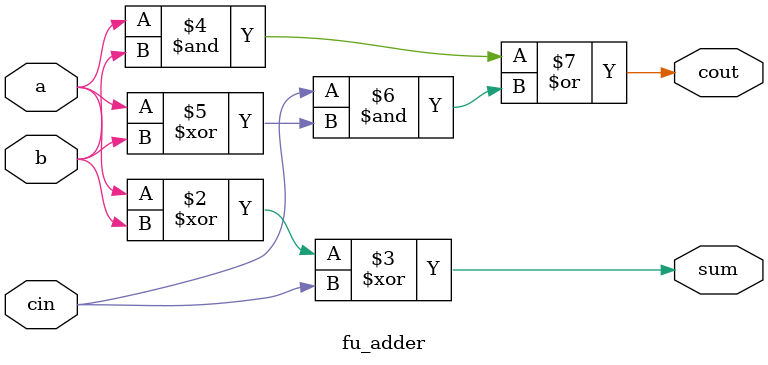
<source format=v>
module Lab2_140L (
 input wire Gl_rst,                  // reset signal (active high)
 input wire clk,                     // global clock
 input wire Gl_adder_start,          // r1, r2, OP are ready  
 input wire Gl_subtract,             // subtract (active high)
 input wire [7:0] Gl_r1           , // 8bit number 1
 input wire [7:0] Gl_r2           , // 8bit number 1
 output wire [7:0] L2_adder_data   ,   // 8 bit ascii sum
 output wire L2_adder_rdy          , //pulse
 output wire [7:0] L2_led
);

	sigDelay sigDelay (.sigOut(L2_adder_rdy), .sigIn(Gl_adder_start), .clk(clk), .rst(Gl_rst));

	reg [7:0] num1;
	reg [7:0] num2;
	reg [7:0] c;
	reg [7:0] sum;
	reg cin;

	always @(posedge clk) begin
		cin <= 0;
		num1 <= Gl_r1;
		num2 <= Gl_r2;
		if (Gl_subtract) begin
			num2 <= ~num2;
			cin <= 1;
		end
	end


	fb_adder fb_adder1 (.a(num1), .b(num2), .cin(cin), .cout(c), .sum(L2_adder_data), .ans(L2_led));

endmodule

module sigDelay(
		  output      sigOut,
		  input       sigIn,
		  input       clk,
		  input       rst);

   parameter delayVal = 4;
   reg [15:0] 		      delayReg;


   always @(posedge clk) begin
      if (rst)
	 delayReg <= 16'b0;
      else begin
	 delayReg <= {delayReg[14:0], sigIn};
      end
   end

   assign sigOut = delayReg[delayVal];
endmodule // sigDelay

module fu_adder(input a, input b, input cin, 
					 output reg sum, output reg cout);
	always @(*) begin			 
	sum = ((a^b)^cin);
	cout = ((a&b) | (cin&(a^b)));
	end 
endmodule //fulladder


module fb_adder(input [7:0] a, input [7:0] b, input cin, input [7:0] cout, input [7:0] sum, output [7:0] ans);


fu_adder fu_adder1 (.a(a[0]), .b(b[0]), .cin(cin), .sum(sum[0]), .cout(cout[0]));
fu_adder fu_adder2 (.a(a[1]), .b(b[1]), .cin(cout[0]), .sum(sum[1]), .cout(cout[1]));
fu_adder fu_adder3 (.a(a[2]), .b(b[2]), .cin(cout[1]), .sum(sum[2]), .cout(cout[2]));
fu_adder fu_adder4 (.a(a[3]), .b(b[3]), .cin(cout[2]), .sum(sum[3]), .cout(sum[4]));

endmodule //4bit adder

</source>
